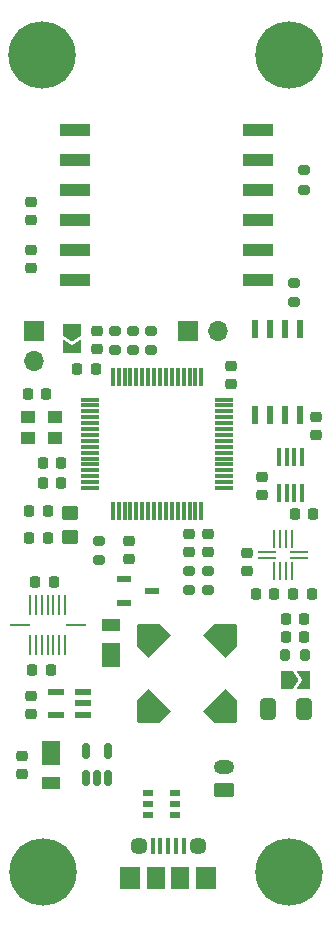
<source format=gbr>
%TF.GenerationSoftware,KiCad,Pcbnew,(6.0.8)*%
%TF.CreationDate,2023-06-03T22:28:48+01:00*%
%TF.ProjectId,circuit board design v2.1,63697263-7569-4742-9062-6f6172642064,rev?*%
%TF.SameCoordinates,Original*%
%TF.FileFunction,Soldermask,Top*%
%TF.FilePolarity,Negative*%
%FSLAX46Y46*%
G04 Gerber Fmt 4.6, Leading zero omitted, Abs format (unit mm)*
G04 Created by KiCad (PCBNEW (6.0.8)) date 2023-06-03 22:28:48*
%MOMM*%
%LPD*%
G01*
G04 APERTURE LIST*
G04 Aperture macros list*
%AMRoundRect*
0 Rectangle with rounded corners*
0 $1 Rounding radius*
0 $2 $3 $4 $5 $6 $7 $8 $9 X,Y pos of 4 corners*
0 Add a 4 corners polygon primitive as box body*
4,1,4,$2,$3,$4,$5,$6,$7,$8,$9,$2,$3,0*
0 Add four circle primitives for the rounded corners*
1,1,$1+$1,$2,$3*
1,1,$1+$1,$4,$5*
1,1,$1+$1,$6,$7*
1,1,$1+$1,$8,$9*
0 Add four rect primitives between the rounded corners*
20,1,$1+$1,$2,$3,$4,$5,0*
20,1,$1+$1,$4,$5,$6,$7,0*
20,1,$1+$1,$6,$7,$8,$9,0*
20,1,$1+$1,$8,$9,$2,$3,0*%
%AMFreePoly0*
4,1,48,0.029755,1.351579,0.045398,1.349101,0.056598,1.337902,0.070711,1.330711,1.330711,0.070711,1.334374,0.063522,1.340902,0.058779,1.348138,0.036507,1.358769,0.015643,1.357507,0.007674,1.360000,0.000000,1.360000,-1.180000,1.355106,-1.195063,1.355107,-1.210902,1.345796,-1.223715,1.340902,-1.238779,1.328089,-1.248089,1.318779,-1.260902,1.303715,-1.265796,1.290902,-1.275107,
1.275063,-1.275106,1.260000,-1.280000,-1.260000,-1.280000,-1.275063,-1.275106,-1.290902,-1.275107,-1.303715,-1.265796,-1.318779,-1.260902,-1.328089,-1.248089,-1.340902,-1.238779,-1.345796,-1.223715,-1.355107,-1.210902,-1.355106,-1.195063,-1.360000,-1.180000,-1.360000,0.000000,-1.357507,0.007674,-1.358769,0.015643,-1.348138,0.036507,-1.340902,0.058779,-1.334374,0.063522,-1.330711,0.070711,
-0.070711,1.330711,-0.056598,1.337902,-0.045398,1.349101,-0.029755,1.351579,-0.015643,1.358769,0.000000,1.356292,0.015643,1.358769,0.029755,1.351579,0.029755,1.351579,$1*%
%AMFreePoly1*
4,1,6,1.000000,0.000000,0.500000,-0.750000,-0.500000,-0.750000,-0.500000,0.750000,0.500000,0.750000,1.000000,0.000000,1.000000,0.000000,$1*%
%AMFreePoly2*
4,1,6,0.500000,-0.750000,-0.650000,-0.750000,-0.150000,0.000000,-0.650000,0.750000,0.500000,0.750000,0.500000,-0.750000,0.500000,-0.750000,$1*%
G04 Aperture macros list end*
%ADD10R,0.250000X1.575000*%
%ADD11R,0.275000X1.500000*%
%ADD12R,1.575000X0.250000*%
%ADD13R,0.400000X1.350000*%
%ADD14C,1.450000*%
%ADD15R,1.500000X1.900000*%
%ADD16R,1.800000X1.900000*%
%ADD17O,0.800000X1.600000*%
%ADD18FreePoly0,315.000000*%
%ADD19FreePoly0,45.000000*%
%ADD20FreePoly0,135.000000*%
%ADD21FreePoly0,225.000000*%
%ADD22RoundRect,0.200000X-0.275000X0.200000X-0.275000X-0.200000X0.275000X-0.200000X0.275000X0.200000X0*%
%ADD23RoundRect,0.225000X0.250000X-0.225000X0.250000X0.225000X-0.250000X0.225000X-0.250000X-0.225000X0*%
%ADD24RoundRect,0.225000X-0.225000X-0.250000X0.225000X-0.250000X0.225000X0.250000X-0.225000X0.250000X0*%
%ADD25C,3.600000*%
%ADD26C,5.700000*%
%ADD27RoundRect,0.225000X-0.250000X0.225000X-0.250000X-0.225000X0.250000X-0.225000X0.250000X0.225000X0*%
%ADD28RoundRect,0.225000X0.225000X0.250000X-0.225000X0.250000X-0.225000X-0.250000X0.225000X-0.250000X0*%
%ADD29R,1.500000X2.049998*%
%ADD30R,1.500000X1.050000*%
%ADD31R,1.700000X1.700000*%
%ADD32O,1.700000X1.700000*%
%ADD33RoundRect,0.200000X0.275000X-0.200000X0.275000X0.200000X-0.275000X0.200000X-0.275000X-0.200000X0*%
%ADD34RoundRect,0.250000X0.625000X-0.350000X0.625000X0.350000X-0.625000X0.350000X-0.625000X-0.350000X0*%
%ADD35O,1.750000X1.200000*%
%ADD36RoundRect,0.250000X-0.450000X0.350000X-0.450000X-0.350000X0.450000X-0.350000X0.450000X0.350000X0*%
%ADD37R,0.250000X1.700000*%
%ADD38R,1.700000X0.250000*%
%ADD39R,1.309599X0.568000*%
%ADD40RoundRect,0.041300X0.618700X0.253700X-0.618700X0.253700X-0.618700X-0.253700X0.618700X-0.253700X0*%
%ADD41R,2.500000X1.000000*%
%ADD42R,1.300000X1.100000*%
%ADD43FreePoly1,0.000000*%
%ADD44FreePoly2,0.000000*%
%ADD45R,0.950000X0.600000*%
%ADD46RoundRect,0.200000X0.200000X0.275000X-0.200000X0.275000X-0.200000X-0.275000X0.200000X-0.275000X0*%
%ADD47R,0.350000X1.500000*%
%ADD48RoundRect,0.250000X-0.412500X-0.650000X0.412500X-0.650000X0.412500X0.650000X-0.412500X0.650000X0*%
%ADD49RoundRect,0.150000X0.150000X-0.512500X0.150000X0.512500X-0.150000X0.512500X-0.150000X-0.512500X0*%
%ADD50RoundRect,0.075000X-0.700000X-0.075000X0.700000X-0.075000X0.700000X0.075000X-0.700000X0.075000X0*%
%ADD51RoundRect,0.075000X-0.075000X-0.700000X0.075000X-0.700000X0.075000X0.700000X-0.075000X0.700000X0*%
%ADD52R,0.532600X1.512799*%
%ADD53FreePoly1,270.000000*%
%ADD54FreePoly2,270.000000*%
G04 APERTURE END LIST*
D10*
%TO.C,U9*%
X45724000Y-62264500D03*
X46224000Y-62264500D03*
D11*
X46736500Y-62277000D03*
D12*
X47336500Y-63377000D03*
X47336500Y-63877000D03*
D11*
X46736500Y-64977000D03*
D10*
X46224000Y-64989500D03*
X45724000Y-64989500D03*
D11*
X45211500Y-64977000D03*
D12*
X44611500Y-63877000D03*
X44611500Y-63377000D03*
D11*
X45211500Y-62277000D03*
%TD*%
D13*
%TO.C,J3*%
X34947000Y-88276000D03*
X35597000Y-88276000D03*
X36247000Y-88276000D03*
X36897000Y-88276000D03*
X37547000Y-88276000D03*
D14*
X33747000Y-88251000D03*
X38747000Y-88251000D03*
D15*
X35247000Y-90951000D03*
X37247000Y-90951000D03*
D16*
X33047000Y-90951000D03*
X39447000Y-90951000D03*
D17*
X32747000Y-90951000D03*
X39747000Y-90951000D03*
%TD*%
D18*
%TO.C,U3*%
X41036000Y-70470000D03*
D19*
X34656000Y-70470000D03*
D20*
X34656000Y-76850000D03*
D21*
X41036000Y-76850000D03*
%TD*%
D22*
%TO.C,R9*%
X46863000Y-40577000D03*
X46863000Y-42227000D03*
%TD*%
D23*
%TO.C,D4*%
X30226000Y-46241000D03*
X30226000Y-44691000D03*
%TD*%
D24*
%TO.C,D3*%
X46215000Y-70612000D03*
X47765000Y-70612000D03*
%TD*%
D25*
%TO.C,H4*%
X46482000Y-90500000D03*
D26*
X46482000Y-90500000D03*
%TD*%
D27*
%TO.C,C7*%
X39624000Y-61836000D03*
X39624000Y-63386000D03*
%TD*%
D22*
%TO.C,R6*%
X30353000Y-62421000D03*
X30353000Y-64071000D03*
%TD*%
D28*
%TO.C,C15*%
X26302000Y-73406000D03*
X24752000Y-73406000D03*
%TD*%
D29*
%TO.C,D2*%
X31399314Y-72144999D03*
D30*
X31399314Y-69595000D03*
%TD*%
D31*
%TO.C,J1*%
X24892000Y-44699000D03*
D32*
X24892000Y-47239000D03*
%TD*%
D33*
%TO.C,R3*%
X31750000Y-46291000D03*
X31750000Y-44641000D03*
%TD*%
D28*
%TO.C,C22*%
X47765000Y-69088000D03*
X46215000Y-69088000D03*
%TD*%
D23*
%TO.C,C4*%
X24638000Y-77102000D03*
X24638000Y-75552000D03*
%TD*%
D27*
%TO.C,C9*%
X37973000Y-61836000D03*
X37973000Y-63386000D03*
%TD*%
D34*
%TO.C,J2*%
X40984000Y-83550000D03*
D35*
X40984000Y-81550000D03*
%TD*%
D36*
%TO.C,FB1*%
X27940000Y-60087000D03*
X27940000Y-62087000D03*
%TD*%
D24*
%TO.C,C14*%
X25006000Y-65913000D03*
X26556000Y-65913000D03*
%TD*%
D28*
%TO.C,C11*%
X26048000Y-59944000D03*
X24498000Y-59944000D03*
%TD*%
D27*
%TO.C,C13*%
X48768000Y-51930000D03*
X48768000Y-53480000D03*
%TD*%
%TO.C,C6*%
X32893000Y-62471000D03*
X32893000Y-64021000D03*
%TD*%
D24*
%TO.C,C18*%
X25641000Y-55880000D03*
X27191000Y-55880000D03*
%TD*%
D33*
%TO.C,R1*%
X37973000Y-66611000D03*
X37973000Y-64961000D03*
%TD*%
D26*
%TO.C,H2*%
X46482000Y-21336000D03*
D25*
X46482000Y-21336000D03*
%TD*%
D37*
%TO.C,U8*%
X24535000Y-67898500D03*
X25035000Y-67898500D03*
X25535000Y-67898500D03*
X26035000Y-67898500D03*
X26535000Y-67898500D03*
X27035000Y-67898500D03*
X27535000Y-67898500D03*
D38*
X28450000Y-69563500D03*
D37*
X27535000Y-71228500D03*
X27035000Y-71228500D03*
X26535000Y-71228500D03*
X26035000Y-71228500D03*
X25535000Y-71228500D03*
X25035000Y-71228500D03*
X24535000Y-71228500D03*
D38*
X23720000Y-69563500D03*
%TD*%
D31*
%TO.C,J6*%
X37968000Y-44704000D03*
D32*
X40508000Y-44704000D03*
%TD*%
D33*
%TO.C,R7*%
X34798000Y-46291000D03*
X34798000Y-44641000D03*
%TD*%
D39*
%TO.C,U11*%
X32499300Y-65674999D03*
X32499300Y-67675001D03*
X34886900Y-66675000D03*
%TD*%
D40*
%TO.C,U7*%
X29029000Y-77150000D03*
X29029000Y-76200000D03*
X29029000Y-75250000D03*
X26739000Y-75250000D03*
X26739000Y-77150000D03*
%TD*%
D41*
%TO.C,U12*%
X28318000Y-27678000D03*
X28318000Y-30218000D03*
X28318000Y-32758000D03*
X28318000Y-35298000D03*
X28318000Y-37838000D03*
X28318000Y-40378000D03*
X43818000Y-40378000D03*
X43818000Y-37838000D03*
X43818000Y-35298000D03*
X43818000Y-32758000D03*
X43818000Y-30218000D03*
X43818000Y-27678000D03*
%TD*%
D24*
%TO.C,C1*%
X46977000Y-60198000D03*
X48527000Y-60198000D03*
%TD*%
D42*
%TO.C,Y1*%
X26677000Y-51932000D03*
X24377000Y-51932000D03*
X24377000Y-53732000D03*
X26677000Y-53732000D03*
%TD*%
D23*
%TO.C,C2*%
X44196000Y-58560000D03*
X44196000Y-57010000D03*
%TD*%
D43*
%TO.C,JP2*%
X46277641Y-74208388D03*
D44*
X47727641Y-74208388D03*
%TD*%
D45*
%TO.C,U5*%
X34562000Y-83759000D03*
X34562000Y-84709000D03*
X34562000Y-85659000D03*
X36812000Y-85659000D03*
X36812000Y-84709000D03*
X36812000Y-83759000D03*
%TD*%
D24*
%TO.C,C24*%
X46850000Y-66929000D03*
X48400000Y-66929000D03*
%TD*%
D46*
%TO.C,R4*%
X47815000Y-72136000D03*
X46165000Y-72136000D03*
%TD*%
D23*
%TO.C,C21*%
X42926000Y-65037000D03*
X42926000Y-63487000D03*
%TD*%
D28*
%TO.C,C12*%
X26048000Y-62230000D03*
X24498000Y-62230000D03*
%TD*%
%TO.C,C23*%
X45225000Y-66929000D03*
X43675000Y-66929000D03*
%TD*%
D23*
%TO.C,C19*%
X24638000Y-35319000D03*
X24638000Y-33769000D03*
%TD*%
D28*
%TO.C,C10*%
X27191000Y-57531000D03*
X25641000Y-57531000D03*
%TD*%
D29*
%TO.C,D1*%
X26289000Y-80382001D03*
D30*
X26289000Y-82932000D03*
%TD*%
D26*
%TO.C,H3*%
X25527000Y-21336000D03*
D25*
X25527000Y-21336000D03*
%TD*%
D47*
%TO.C,U4*%
X45634000Y-55371000D03*
X46284000Y-55371000D03*
X46934000Y-55371000D03*
X47584000Y-55371000D03*
X47584000Y-58421000D03*
X46934000Y-58421000D03*
X46284000Y-58421000D03*
X45634000Y-58421000D03*
%TD*%
D48*
%TO.C,C16*%
X44665500Y-76708000D03*
X47790500Y-76708000D03*
%TD*%
D27*
%TO.C,C20*%
X24638000Y-37833000D03*
X24638000Y-39383000D03*
%TD*%
D23*
%TO.C,C8*%
X41529000Y-49162000D03*
X41529000Y-47612000D03*
%TD*%
D25*
%TO.C,H1*%
X25654000Y-90500000D03*
D26*
X25654000Y-90500000D03*
%TD*%
D33*
%TO.C,R5*%
X47752000Y-32702000D03*
X47752000Y-31052000D03*
%TD*%
D49*
%TO.C,U6*%
X29276000Y-82544500D03*
X30226000Y-82544500D03*
X31176000Y-82544500D03*
X31176000Y-80269500D03*
X29276000Y-80269500D03*
%TD*%
D27*
%TO.C,C3*%
X23876000Y-80632000D03*
X23876000Y-82182000D03*
%TD*%
D50*
%TO.C,U1*%
X29631000Y-50479000D03*
X29631000Y-50979000D03*
X29631000Y-51479000D03*
X29631000Y-51979000D03*
X29631000Y-52479000D03*
X29631000Y-52979000D03*
X29631000Y-53479000D03*
X29631000Y-53979000D03*
X29631000Y-54479000D03*
X29631000Y-54979000D03*
X29631000Y-55479000D03*
X29631000Y-55979000D03*
X29631000Y-56479000D03*
X29631000Y-56979000D03*
X29631000Y-57479000D03*
X29631000Y-57979000D03*
D51*
X31556000Y-59904000D03*
X32056000Y-59904000D03*
X32556000Y-59904000D03*
X33056000Y-59904000D03*
X33556000Y-59904000D03*
X34056000Y-59904000D03*
X34556000Y-59904000D03*
X35056000Y-59904000D03*
X35556000Y-59904000D03*
X36056000Y-59904000D03*
X36556000Y-59904000D03*
X37056000Y-59904000D03*
X37556000Y-59904000D03*
X38056000Y-59904000D03*
X38556000Y-59904000D03*
X39056000Y-59904000D03*
D50*
X40981000Y-57979000D03*
X40981000Y-57479000D03*
X40981000Y-56979000D03*
X40981000Y-56479000D03*
X40981000Y-55979000D03*
X40981000Y-55479000D03*
X40981000Y-54979000D03*
X40981000Y-54479000D03*
X40981000Y-53979000D03*
X40981000Y-53479000D03*
X40981000Y-52979000D03*
X40981000Y-52479000D03*
X40981000Y-51979000D03*
X40981000Y-51479000D03*
X40981000Y-50979000D03*
X40981000Y-50479000D03*
D51*
X39056000Y-48554000D03*
X38556000Y-48554000D03*
X38056000Y-48554000D03*
X37556000Y-48554000D03*
X37056000Y-48554000D03*
X36556000Y-48554000D03*
X36056000Y-48554000D03*
X35556000Y-48554000D03*
X35056000Y-48554000D03*
X34556000Y-48554000D03*
X34056000Y-48554000D03*
X33556000Y-48554000D03*
X33056000Y-48554000D03*
X32556000Y-48554000D03*
X32056000Y-48554000D03*
X31556000Y-48554000D03*
%TD*%
D22*
%TO.C,R2*%
X39624000Y-64961000D03*
X39624000Y-66611000D03*
%TD*%
D52*
%TO.C,U2*%
X47371000Y-44488100D03*
X46101000Y-44488100D03*
X44831000Y-44488100D03*
X43561000Y-44488100D03*
X43561000Y-51777900D03*
X44831000Y-51777900D03*
X46101000Y-51777900D03*
X47371000Y-51777900D03*
%TD*%
D28*
%TO.C,C17*%
X25921000Y-50038000D03*
X24371000Y-50038000D03*
%TD*%
D33*
%TO.C,R8*%
X33274000Y-46291000D03*
X33274000Y-44641000D03*
%TD*%
D53*
%TO.C,JP1*%
X28067000Y-44614000D03*
D54*
X28067000Y-46064000D03*
%TD*%
D28*
%TO.C,C5*%
X30112000Y-47879000D03*
X28562000Y-47879000D03*
%TD*%
M02*

</source>
